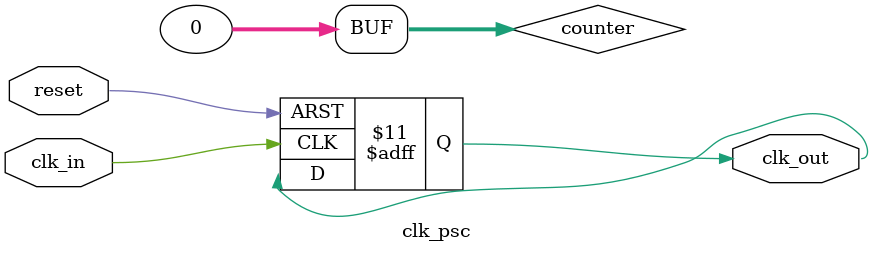
<source format=v>
`timescale 1ns / 1ps


module clk_psc (
    input  wire clk_in,
    input  wire reset,
    output clk_out
);
    parameter integer MAX_COUNT = 50_000_000 - 1;

    wire [31:0] counter = 0;

    always @(posedge clk_in or posedge reset) begin
        if (reset) begin
            counter <= 0;
            clk_out <= 0;
        end else begin
            if (counter == MAX_COUNT) begin
                counter <= 0;
                clk_out <= ~clk_out;  // Alterna clk_out
            end else begin
                counter <= counter + 1;
            end
        end
    end

endmodule
</source>
